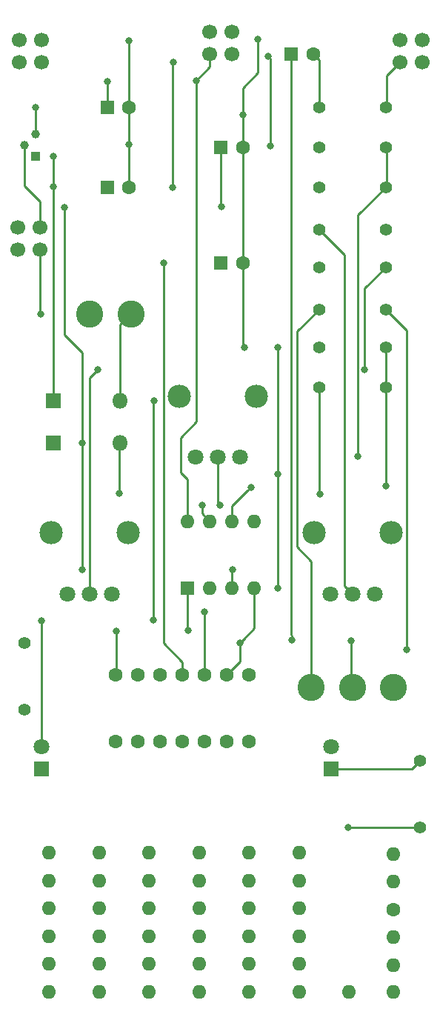
<source format=gbr>
G04 #@! TF.GenerationSoftware,KiCad,Pcbnew,(5.0.0-rc2-dev-311-g1dd4af297)*
G04 #@! TF.CreationDate,2018-05-06T13:38:39-07:00*
G04 #@! TF.ProjectId,workshop_drum1.2,776F726B73686F705F6472756D312E32,rev?*
G04 #@! TF.SameCoordinates,Original*
G04 #@! TF.FileFunction,Copper,L2,Bot,Signal*
G04 #@! TF.FilePolarity,Positive*
%FSLAX46Y46*%
G04 Gerber Fmt 4.6, Leading zero omitted, Abs format (unit mm)*
G04 Created by KiCad (PCBNEW (5.0.0-rc2-dev-311-g1dd4af297)) date 05/06/18 13:38:39*
%MOMM*%
%LPD*%
G01*
G04 APERTURE LIST*
%ADD10R,1.600000X1.600000*%
%ADD11C,1.600000*%
%ADD12C,3.100000*%
%ADD13C,1.700000*%
%ADD14O,1.600000X1.600000*%
%ADD15C,1.397000*%
%ADD16R,1.800000X1.800000*%
%ADD17C,1.800000*%
%ADD18O,1.800000X1.800000*%
%ADD19R,1.000000X1.000000*%
%ADD20C,1.000000*%
%ADD21C,2.667000*%
%ADD22C,1.803400*%
%ADD23C,0.800000*%
%ADD24C,0.250000*%
G04 APERTURE END LIST*
D10*
X155956000Y-42672000D03*
D11*
X158456000Y-42672000D03*
D12*
X167636000Y-115062000D03*
X162936000Y-115062000D03*
X158236000Y-115062000D03*
X132936000Y-72400000D03*
X137636000Y-72400000D03*
D13*
X149206000Y-40130000D03*
X146666000Y-40130000D03*
X146666000Y-42670000D03*
X149206000Y-42670000D03*
X127254000Y-65024000D03*
X127254000Y-62484000D03*
X124714000Y-62484000D03*
X124714000Y-65024000D03*
D11*
X148590000Y-121285000D03*
X148590000Y-113665000D03*
D14*
X167640000Y-149860000D03*
X128270000Y-149860000D03*
X133985000Y-149860000D03*
X139700000Y-149860000D03*
X145415000Y-149860000D03*
X151130000Y-149860000D03*
X133985000Y-143510000D03*
X133985000Y-133985000D03*
X133985000Y-140335000D03*
X133985000Y-146685000D03*
X133985000Y-137160000D03*
X128270000Y-133985000D03*
X128270000Y-146685000D03*
X128270000Y-143510000D03*
X128270000Y-140335000D03*
X128270000Y-137160000D03*
X145415000Y-143510000D03*
X145415000Y-133985000D03*
X139700000Y-137160000D03*
X145415000Y-146685000D03*
X139700000Y-133985000D03*
X145415000Y-137160000D03*
X139700000Y-146685000D03*
X139700000Y-143510000D03*
X145415000Y-140335000D03*
X139700000Y-140335000D03*
X151130000Y-146685000D03*
X151130000Y-133985000D03*
X151130000Y-143510000D03*
X151130000Y-140335000D03*
X156845000Y-143510000D03*
X156845000Y-146685000D03*
X156845000Y-137160000D03*
X156845000Y-133985000D03*
X156845000Y-140335000D03*
X151130000Y-137160000D03*
X162560000Y-149860000D03*
X156845000Y-149860000D03*
D11*
X135890000Y-121285000D03*
X138430000Y-121285000D03*
X140970000Y-121285000D03*
X143510000Y-121285000D03*
X146050000Y-121285000D03*
X151130000Y-121285000D03*
X135890000Y-113665000D03*
X138430000Y-113665000D03*
X140970000Y-113665000D03*
X143510000Y-113665000D03*
X146050000Y-113665000D03*
X151130000Y-113665000D03*
D13*
X127436000Y-43670000D03*
X127436000Y-41130000D03*
X124896000Y-41130000D03*
X124896000Y-43670000D03*
X170942000Y-43670000D03*
X170942000Y-41130000D03*
X168402000Y-41130000D03*
X168402000Y-43670000D03*
D15*
X159126000Y-71882000D03*
X166746000Y-71882000D03*
D10*
X144126000Y-103710000D03*
D14*
X151746000Y-96090000D03*
X146666000Y-103710000D03*
X149206000Y-96090000D03*
X149206000Y-103710000D03*
X146666000Y-96090000D03*
X151746000Y-103710000D03*
X144126000Y-96090000D03*
X167640000Y-134112000D03*
X167640000Y-143637000D03*
X167640000Y-137287000D03*
D11*
X167640000Y-140462000D03*
D14*
X167640000Y-146812000D03*
D16*
X127436000Y-124400000D03*
D17*
X127436000Y-121860000D03*
X160528000Y-121860000D03*
D16*
X160528000Y-124400000D03*
D11*
X137436000Y-57912000D03*
D10*
X134936000Y-57912000D03*
X147936000Y-53340000D03*
D11*
X150436000Y-53340000D03*
X137436000Y-48768000D03*
D10*
X134936000Y-48768000D03*
X147936000Y-66548000D03*
D11*
X150436000Y-66548000D03*
D18*
X136398000Y-87122000D03*
D16*
X128778000Y-87122000D03*
X128778000Y-82296000D03*
D18*
X136398000Y-82296000D03*
D15*
X170688000Y-123444000D03*
X170688000Y-131064000D03*
X159126000Y-48768000D03*
X166746000Y-48768000D03*
X166746000Y-67056000D03*
X159126000Y-67056000D03*
X166746000Y-62738000D03*
X159126000Y-62738000D03*
X166746000Y-80772000D03*
X159126000Y-80772000D03*
X125476000Y-117602000D03*
X125476000Y-109982000D03*
X159126000Y-76250000D03*
X166746000Y-76250000D03*
X166746000Y-53340000D03*
X159126000Y-53340000D03*
X159126000Y-57912000D03*
X166746000Y-57912000D03*
D19*
X126746000Y-54356000D03*
D20*
X126746000Y-51816000D03*
X125476000Y-53086000D03*
D21*
X167330363Y-97401843D03*
X158541963Y-97401843D03*
D22*
X160396163Y-104412243D03*
X162936163Y-104412243D03*
X165476163Y-104412243D03*
X135476163Y-104412243D03*
X132936163Y-104412243D03*
X130396163Y-104412243D03*
D21*
X128541963Y-97401843D03*
X137330363Y-97401843D03*
X151968363Y-81789843D03*
X143179963Y-81789843D03*
D22*
X145034163Y-88800243D03*
X147574163Y-88800243D03*
X150114163Y-88800243D03*
D23*
X127296000Y-72410000D03*
X140256000Y-82300000D03*
X140216000Y-107380000D03*
X127416000Y-107500000D03*
X151384000Y-92202000D03*
X145796000Y-94234000D03*
X147828000Y-94234002D03*
X156006000Y-109700000D03*
X162814000Y-109728000D03*
X150113996Y-109982000D03*
X154432000Y-76200000D03*
X154432000Y-103710000D03*
X154432000Y-90678000D03*
X150622000Y-76200000D03*
X162466000Y-131064000D03*
X137406000Y-41160000D03*
X163576000Y-88646000D03*
X169164000Y-110744000D03*
X146050000Y-106426000D03*
X164338000Y-78740000D03*
X133858000Y-78740000D03*
X142476000Y-43610000D03*
X159257998Y-92964000D03*
X130026002Y-60190000D03*
X132056000Y-87160000D03*
X153336000Y-42970000D03*
X153566000Y-53230000D03*
X145126002Y-45720000D03*
X126736000Y-48780000D03*
X134946002Y-45860000D03*
X150436000Y-49670000D03*
X137436000Y-53070000D03*
X152166000Y-41020000D03*
X142406000Y-57940000D03*
X128778000Y-57820000D03*
X128746000Y-54360000D03*
X166786000Y-92030000D03*
X136336000Y-92880000D03*
X148016000Y-60150000D03*
X132055998Y-101610000D03*
X149236000Y-101610000D03*
X141336000Y-66550000D03*
X135936000Y-108640000D03*
X144196000Y-108570000D03*
D24*
X127254000Y-72368000D02*
X127296000Y-72410000D01*
X127254000Y-65024000D02*
X127254000Y-72368000D01*
X140216000Y-82340000D02*
X140256000Y-82300000D01*
X140216000Y-107380000D02*
X140216000Y-82340000D01*
X127436000Y-107520000D02*
X127416000Y-107500000D01*
X127436000Y-121860000D02*
X127436000Y-107520000D01*
X136398000Y-82296000D02*
X136398000Y-73638000D01*
X136398000Y-73638000D02*
X137636000Y-72400000D01*
X159126000Y-48768000D02*
X159126000Y-43342000D01*
X159126000Y-43342000D02*
X158456000Y-42672000D01*
X150984001Y-92601999D02*
X151384000Y-92202000D01*
X149206000Y-94380000D02*
X150984001Y-92601999D01*
X149206000Y-96090000D02*
X149206000Y-94380000D01*
X145796000Y-94799685D02*
X145796000Y-94234000D01*
X145796000Y-95220000D02*
X145796000Y-94799685D01*
X146666000Y-96090000D02*
X145796000Y-95220000D01*
X155956000Y-109084315D02*
X156006000Y-109134315D01*
X155956000Y-42672000D02*
X155956000Y-109084315D01*
X156006000Y-109134315D02*
X156006000Y-109700000D01*
X147574163Y-93980165D02*
X147828000Y-94234002D01*
X147574163Y-88800243D02*
X147574163Y-93980165D01*
X162814000Y-109728000D02*
X162814000Y-114940000D01*
X162814000Y-114940000D02*
X162936000Y-115062000D01*
X158236000Y-100660000D02*
X156606000Y-99030000D01*
X158236000Y-115062000D02*
X158236000Y-100660000D01*
X156606000Y-99030000D02*
X156606000Y-74402000D01*
X156606000Y-74402000D02*
X159126000Y-71882000D01*
X145126002Y-45720000D02*
X146666000Y-44180002D01*
X146666000Y-44180002D02*
X146666000Y-42670000D01*
X151746000Y-103710000D02*
X151746000Y-108349996D01*
X150113996Y-112141004D02*
X150113996Y-110547685D01*
X148590000Y-113665000D02*
X150113996Y-112141004D01*
X150113996Y-110547685D02*
X150113996Y-109982000D01*
X150513995Y-109582001D02*
X150113996Y-109982000D01*
X151746000Y-108349996D02*
X150513995Y-109582001D01*
X154432000Y-90678000D02*
X154432000Y-76200000D01*
X154432000Y-90678000D02*
X154432000Y-103710000D01*
X150436000Y-76014000D02*
X150622000Y-76200000D01*
X150436000Y-66548000D02*
X150436000Y-76014000D01*
X162466000Y-131064000D02*
X170688000Y-131064000D01*
X137406000Y-41160000D02*
X137406000Y-48738000D01*
X163576000Y-61082000D02*
X163576000Y-64393218D01*
X166746000Y-57912000D02*
X163576000Y-61082000D01*
X163576000Y-64393218D02*
X163576000Y-88646000D01*
X166746000Y-71882000D02*
X169164000Y-74300000D01*
X169164000Y-110178315D02*
X169164000Y-110744000D01*
X169164000Y-74300000D02*
X169164000Y-110178315D01*
X146050000Y-113665000D02*
X146050000Y-106426000D01*
X145796000Y-113411000D02*
X146050000Y-113157000D01*
X146050000Y-113157000D02*
X146050000Y-106991685D01*
X146050000Y-106991685D02*
X146050000Y-106426000D01*
X164338000Y-78740000D02*
X164338000Y-69464000D01*
X164338000Y-69464000D02*
X166746000Y-67056000D01*
X132936163Y-79661837D02*
X133858000Y-78740000D01*
X132936163Y-104412243D02*
X132936163Y-79661837D01*
X162034464Y-65646464D02*
X162034464Y-103510544D01*
X159126000Y-62738000D02*
X162034464Y-65646464D01*
X162034464Y-103510544D02*
X162936163Y-104412243D01*
X160528000Y-124400000D02*
X169732000Y-124400000D01*
X169732000Y-124400000D02*
X170688000Y-123444000D01*
X142406000Y-43680000D02*
X142476000Y-43610000D01*
X146666000Y-42400000D02*
X146666001Y-43602082D01*
X166746000Y-76250000D02*
X166746000Y-80772000D01*
X159126000Y-80772000D02*
X159126000Y-92832002D01*
X159126000Y-92832002D02*
X159257998Y-92964000D01*
X132056000Y-76850000D02*
X130026002Y-74820002D01*
X132056000Y-87160000D02*
X132056000Y-76850000D01*
X130026002Y-74820002D02*
X130026002Y-60755685D01*
X130026002Y-60755685D02*
X130026002Y-60190000D01*
X132056000Y-87160000D02*
X132056000Y-101609998D01*
X132056000Y-101609998D02*
X132055998Y-101610000D01*
X153566000Y-53230000D02*
X153566000Y-43200000D01*
X153566000Y-43200000D02*
X153336000Y-42970000D01*
X144126000Y-91330000D02*
X143326001Y-90530001D01*
X144126000Y-96090000D02*
X144126000Y-91330000D01*
X143326001Y-90530001D02*
X143326001Y-86529999D01*
X143326001Y-86529999D02*
X145126002Y-84729998D01*
X145126002Y-84729998D02*
X145126002Y-46285685D01*
X145126002Y-46285685D02*
X145126002Y-45720000D01*
X126746000Y-48790000D02*
X126736000Y-48780000D01*
X126746000Y-51816000D02*
X126746000Y-48790000D01*
X134936000Y-45870002D02*
X134946002Y-45860000D01*
X134936000Y-48768000D02*
X134936000Y-45870002D01*
X152166000Y-44850000D02*
X150436000Y-46580000D01*
X152166000Y-41020000D02*
X152166000Y-44850000D01*
X150436000Y-46580000D02*
X150436000Y-49670000D01*
X137406000Y-48738000D02*
X137436000Y-48768000D01*
X127254000Y-59568000D02*
X125476000Y-57790000D01*
X127254000Y-62484000D02*
X127254000Y-59568000D01*
X125476000Y-57790000D02*
X125476000Y-53086000D01*
X125526000Y-109932000D02*
X125476000Y-109982000D01*
X137436000Y-48768000D02*
X137436000Y-49899370D01*
X137436000Y-49899370D02*
X137436000Y-53070000D01*
X137436000Y-57912000D02*
X137436000Y-56780630D01*
X137436000Y-56780630D02*
X137436000Y-53070000D01*
X150436000Y-49670000D02*
X150436000Y-53340000D01*
X150436000Y-66548000D02*
X150436000Y-53340000D01*
X166878000Y-57912000D02*
X166878000Y-56924172D01*
X166878000Y-56924172D02*
X166878000Y-53340000D01*
X166878000Y-48768000D02*
X166878000Y-45194000D01*
X166878000Y-45194000D02*
X168402000Y-43670000D01*
X142406000Y-57940000D02*
X142406000Y-43680000D01*
X128778000Y-57820000D02*
X128778000Y-54392000D01*
X128778000Y-82296000D02*
X128778000Y-57820000D01*
X128778000Y-54392000D02*
X128746000Y-54360000D01*
X166786000Y-92030000D02*
X166786000Y-85384000D01*
X166786000Y-85384000D02*
X166746000Y-85344000D01*
X166746000Y-85344000D02*
X166746000Y-84356172D01*
X166746000Y-84356172D02*
X166746000Y-80772000D01*
X136336000Y-92880000D02*
X136336000Y-87184000D01*
X136336000Y-87184000D02*
X136398000Y-87122000D01*
X147936000Y-60070000D02*
X148016000Y-60150000D01*
X147936000Y-53340000D02*
X147936000Y-60070000D01*
X149206000Y-101640000D02*
X149236000Y-101610000D01*
X149206000Y-103710000D02*
X149206000Y-101640000D01*
X141336000Y-110030000D02*
X143510000Y-112204000D01*
X141336000Y-66550000D02*
X141336000Y-110030000D01*
X143510000Y-112204000D02*
X143510000Y-113665000D01*
X135936000Y-108640000D02*
X135936000Y-113619000D01*
X135936000Y-113619000D02*
X135890000Y-113665000D01*
X144126000Y-108500000D02*
X144196000Y-108570000D01*
X144126000Y-103710000D02*
X144126000Y-108500000D01*
M02*

</source>
